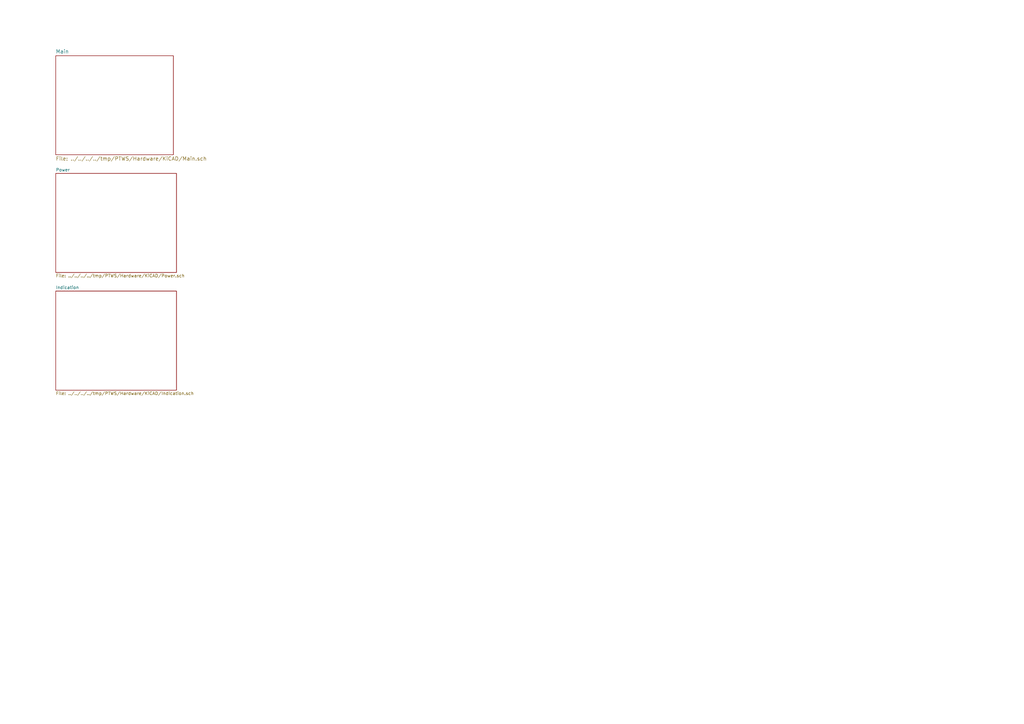
<source format=kicad_sch>
(kicad_sch (version 20230121) (generator eeschema)
  (paper "A3")
  (title_block (title "PTWS Schematic") (company "HOSKINS.TECH"))
  (lib_symbols)
  (sheet (at 22.86 22.86) (size 48.26 40.64)
    (property "Sheetname" "Main" (at 22.86 22.0214 0) (effects (font (size 1.524 1.524)) (justify left bottom)))
    (property "Sheetfile" "../../../../tmp/PTWS/Hardware/KiCAD/Main.sch" (at 22.86 64.1862 0) (effects (font (size 1.524 1.524)) (justify left top)))
  )
  (sheet (at 22.86 71.12) (size 49.53 40.64)
    (property "Sheetname" "Power" (at 22.86 70.4084 0) (effects (justify left bottom)))
    (property "Sheetfile" "../../../../tmp/PTWS/Hardware/KiCAD/Power.sch" (at 22.86 112.3446 0) (effects (justify left top)))
  )
  (sheet (at 22.86 119.38) (size 49.53 40.64)
    (property "Sheetname" "Indication" (at 22.86 118.6684 0) (effects (justify left bottom)))
    (property "Sheetfile" "../../../../tmp/PTWS/Hardware/KiCAD/Indication.sch" (at 22.86 160.6046 0) (effects (justify left top)))
  )
)
</source>
